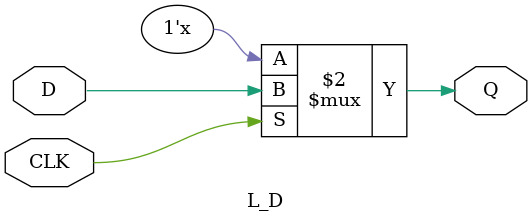
<source format=v>
module L_D (
	input 			D,
	input 			CLK,
	output 	reg 	Q
);

always @ (D or CLK) 
begin
	if (CLK) 
	begin
		Q <= D;
	end
end

endmodule 
</source>
